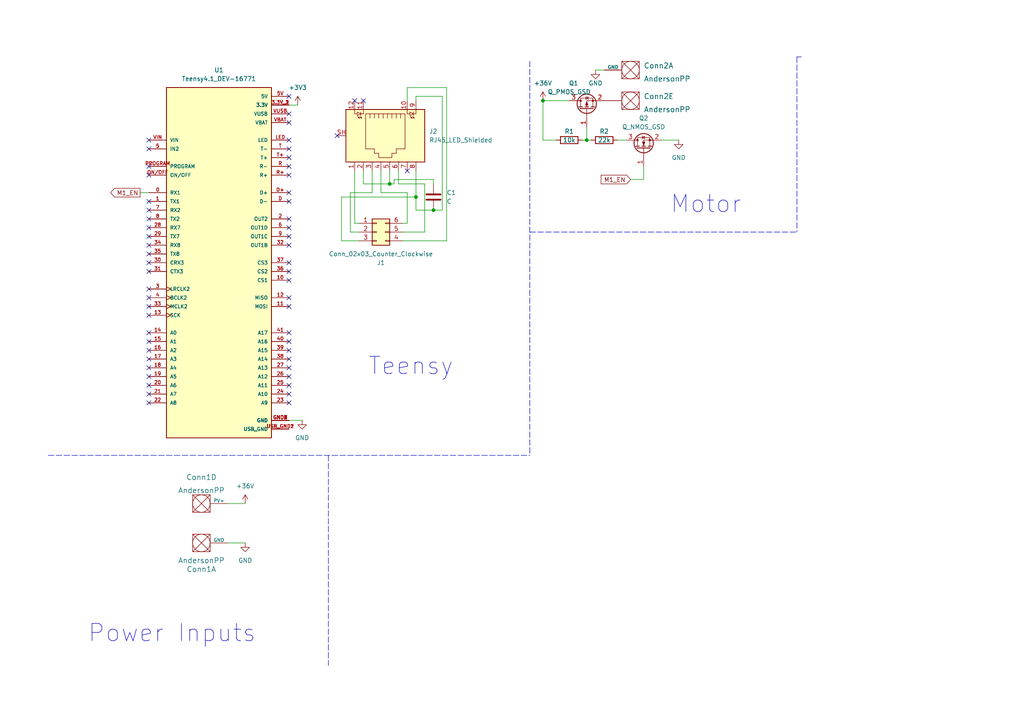
<source format=kicad_sch>
(kicad_sch (version 20211123) (generator eeschema)
  (paper "A4")
  (lib_symbols
    (symbol "Connector:RJ45_LED_Shielded" (pin_names (offset 1.016))
      (property "Reference" "J" (at -5.08 13.97 0))
      (property "Value" "RJ45_LED_Shielded" (at 1.27 13.97 0))
      (symbol "RJ45_LED_Shielded_0_1"
        (polyline (pts (xy -7.62 -7.62) (xy -6.35 -7.62)))
        (polyline (pts (xy -7.62 -5.08) (xy -6.35 -5.08)))
        (polyline (pts (xy -7.62 7.62) (xy -6.35 7.62)))
        (polyline (pts (xy -7.62 10.16) (xy -6.35 10.16)))
        (polyline (pts (xy -6.858 -5.842) (xy -5.842 -5.842)))
        (polyline (pts (xy -6.858 9.398) (xy -5.842 9.398)))
        (polyline (pts (xy -6.35 -7.62) (xy -6.35 -6.858)))
        (polyline (pts (xy -6.35 -5.08) (xy -6.35 -5.842)))
        (polyline (pts (xy -6.35 7.62) (xy -6.35 8.382)))
        (polyline (pts (xy -6.35 10.16) (xy -6.35 9.398)))
        (polyline (pts (xy -5.08 -6.223) (xy -5.207 -6.604)))
        (polyline (pts (xy -5.08 -5.588) (xy -5.207 -5.969)))
        (polyline (pts (xy -5.08 4.445) (xy -6.35 4.445)))
        (polyline (pts (xy -5.08 5.715) (xy -6.35 5.715)))
        (polyline (pts (xy -5.08 9.017) (xy -5.207 8.636)))
        (polyline (pts (xy -5.08 9.652) (xy -5.207 9.271)))
        (polyline (pts (xy -6.35 -3.175) (xy -5.08 -3.175) (xy -5.08 -3.175)))
        (polyline (pts (xy -6.35 -1.905) (xy -5.08 -1.905) (xy -5.08 -1.905)))
        (polyline (pts (xy -6.35 -0.635) (xy -5.08 -0.635) (xy -5.08 -0.635)))
        (polyline (pts (xy -6.35 0.635) (xy -5.08 0.635) (xy -5.08 0.635)))
        (polyline (pts (xy -6.35 1.905) (xy -5.08 1.905) (xy -5.08 1.905)))
        (polyline (pts (xy -5.588 -6.731) (xy -5.08 -6.223) (xy -5.461 -6.35)))
        (polyline (pts (xy -5.588 -6.096) (xy -5.08 -5.588) (xy -5.461 -5.715)))
        (polyline (pts (xy -5.588 8.509) (xy -5.08 9.017) (xy -5.461 8.89)))
        (polyline (pts (xy -5.588 9.144) (xy -5.08 9.652) (xy -5.461 9.525)))
        (polyline (pts (xy -5.08 3.175) (xy -6.35 3.175) (xy -6.35 3.175)))
        (polyline (pts (xy -6.35 -5.842) (xy -6.858 -6.858) (xy -5.842 -6.858) (xy -6.35 -5.842)))
        (polyline (pts (xy -6.35 9.398) (xy -6.858 8.382) (xy -5.842 8.382) (xy -6.35 9.398)))
        (polyline (pts (xy -6.35 -4.445) (xy -6.35 6.985) (xy 3.81 6.985) (xy 3.81 4.445) (xy 5.08 4.445) (xy 5.08 3.175) (xy 6.35 3.175) (xy 6.35 -0.635) (xy 5.08 -0.635) (xy 5.08 -1.905) (xy 3.81 -1.905) (xy 3.81 -4.445) (xy -6.35 -4.445) (xy -6.35 -4.445)))
        (rectangle (start 7.62 12.7) (end -7.62 -10.16) (stroke (width 0.254)) (fill (type background)))
      )
      (symbol "RJ45_LED_Shielded_1_1"
        (pin passive line (at 10.16 -7.62 180) (length 2.54) (name "~") (number "1"))
        (pin passive line (at -10.16 7.62 0) (length 2.54) (name "~") (number "10"))
        (pin passive line (at -10.16 -5.08 0) (length 2.54) (name "~") (number "11"))
        (pin passive line (at -10.16 -7.62 0) (length 2.54) (name "~") (number "12"))
        (pin passive line (at 10.16 -5.08 180) (length 2.54) (name "~") (number "2"))
        (pin passive line (at 10.16 -2.54 180) (length 2.54) (name "~") (number "3"))
        (pin passive line (at 10.16 0 180) (length 2.54) (name "~") (number "4"))
        (pin passive line (at 10.16 2.54 180) (length 2.54) (name "~") (number "5"))
        (pin passive line (at 10.16 5.08 180) (length 2.54) (name "~") (number "6"))
        (pin passive line (at 10.16 7.62 180) (length 2.54) (name "~") (number "7"))
        (pin passive line (at 10.16 10.16 180) (length 2.54) (name "~") (number "8"))
        (pin passive line (at -10.16 10.16 0) (length 2.54) (name "~") (number "9"))
        (pin passive line (at 0 -12.7 90) (length 2.54) (name "~") (number "SH"))
      )
    )
    (symbol "Connector_Generic:Conn_02x03_Counter_Clockwise" (pin_names (offset 1.016) hide)
      (property "Reference" "J" (at 1.27 5.08 0))
      (property "Value" "Conn_02x03_Counter_Clockwise" (at 1.27 -5.08 0))
      (symbol "Conn_02x03_Counter_Clockwise_1_1"
        (rectangle (start -1.27 -2.413) (end 0 -2.667) (stroke (width 0.1524)))
        (rectangle (start -1.27 0.127) (end 0 -0.127) (stroke (width 0.1524)))
        (rectangle (start -1.27 2.667) (end 0 2.413) (stroke (width 0.1524)))
        (rectangle (start -1.27 3.81) (end 3.81 -3.81) (stroke (width 0.254)) (fill (type background)))
        (rectangle (start 3.81 -2.413) (end 2.54 -2.667) (stroke (width 0.1524)))
        (rectangle (start 3.81 0.127) (end 2.54 -0.127) (stroke (width 0.1524)))
        (rectangle (start 3.81 2.667) (end 2.54 2.413) (stroke (width 0.1524)))
        (pin passive line (at -5.08 2.54 0) (length 3.81) (name "Pin_1") (number "1"))
        (pin passive line (at -5.08 0 0) (length 3.81) (name "Pin_2") (number "2"))
        (pin passive line (at -5.08 -2.54 0) (length 3.81) (name "Pin_3") (number "3"))
        (pin passive line (at 7.62 -2.54 180) (length 3.81) (name "Pin_4") (number "4"))
        (pin passive line (at 7.62 0 180) (length 3.81) (name "Pin_5") (number "5"))
        (pin passive line (at 7.62 2.54 180) (length 3.81) (name "Pin_6") (number "6"))
      )
    )
    (symbol "Device:C" (pin_numbers hide) (pin_names (offset 0.254))
      (property "Reference" "C" (at 0.635 2.54 0))
      (property "Value" "C" (at 0.635 -2.54 0))
      (symbol "C_0_1"
        (polyline (pts (xy -2.032 -0.762) (xy 2.032 -0.762)) (stroke (width 0.508)))
        (polyline (pts (xy -2.032 0.762) (xy 2.032 0.762)) (stroke (width 0.508)))
      )
      (symbol "C_1_1"
        (pin passive line (at 0 3.81 270) (length 2.794) (name "~") (number "1"))
        (pin passive line (at 0 -3.81 90) (length 2.794) (name "~") (number "2"))
      )
    )
    (symbol "Device:Q_NMOS_GSD" (pin_names (offset 0) hide)
      (property "Reference" "Q" (at 5.08 1.27 0))
      (property "Value" "Q_NMOS_GSD" (at 5.08 -1.27 0))
      (symbol "Q_NMOS_GSD_0_1"
        (polyline (pts (xy 0.254 0) (xy -2.54 0)))
        (polyline (pts (xy 0.254 1.905) (xy 0.254 -1.905)) (stroke (width 0.254)))
        (polyline (pts (xy 0.762 -1.27) (xy 0.762 -2.286)) (stroke (width 0.254)))
        (polyline (pts (xy 0.762 0.508) (xy 0.762 -0.508)) (stroke (width 0.254)))
        (polyline (pts (xy 0.762 2.286) (xy 0.762 1.27)) (stroke (width 0.254)))
        (polyline (pts (xy 2.54 2.54) (xy 2.54 1.778)))
        (polyline (pts (xy 2.54 -2.54) (xy 2.54 0) (xy 0.762 0)))
        (polyline (pts (xy 0.762 -1.778) (xy 3.302 -1.778) (xy 3.302 1.778) (xy 0.762 1.778)))
        (polyline (pts (xy 1.016 0) (xy 2.032 0.381) (xy 2.032 -0.381) (xy 1.016 0)) (fill (type outline)))
        (polyline (pts (xy 2.794 0.508) (xy 2.921 0.381) (xy 3.683 0.381) (xy 3.81 0.254)))
        (polyline (pts (xy 3.302 0.381) (xy 2.921 -0.254) (xy 3.683 -0.254) (xy 3.302 0.381)))
        (circle (center 1.651 0) (radius 2.794) (stroke (width 0.254)))
        (circle (center 2.54 -1.778) (radius 0.254) (fill (type outline)))
        (circle (center 2.54 1.778) (radius 0.254) (fill (type outline)))
      )
      (symbol "Q_NMOS_GSD_1_1"
        (pin input line (at -5.08 0 0) (length 2.54) (name "G") (number "1"))
        (pin passive line (at 2.54 -5.08 90) (length 2.54) (name "S") (number "2"))
        (pin passive line (at 2.54 5.08 270) (length 2.54) (name "D") (number "3"))
      )
    )
    (symbol "Device:Q_PMOS_GSD" (pin_names (offset 0) hide)
      (property "Reference" "Q" (at 5.08 1.27 0))
      (property "Value" "Q_PMOS_GSD" (at 5.08 -1.27 0))
      (symbol "Q_PMOS_GSD_0_1"
        (polyline (pts (xy 0.254 0) (xy -2.54 0)))
        (polyline (pts (xy 0.254 1.905) (xy 0.254 -1.905)) (stroke (width 0.254)))
        (polyline (pts (xy 0.762 -1.27) (xy 0.762 -2.286)) (stroke (width 0.254)))
        (polyline (pts (xy 0.762 0.508) (xy 0.762 -0.508)) (stroke (width 0.254)))
        (polyline (pts (xy 0.762 2.286) (xy 0.762 1.27)) (stroke (width 0.254)))
        (polyline (pts (xy 2.54 2.54) (xy 2.54 1.778)))
        (polyline (pts (xy 2.54 -2.54) (xy 2.54 0) (xy 0.762 0)))
        (polyline (pts (xy 0.762 1.778) (xy 3.302 1.778) (xy 3.302 -1.778) (xy 0.762 -1.778)))
        (polyline (pts (xy 2.286 0) (xy 1.27 0.381) (xy 1.27 -0.381) (xy 2.286 0)) (fill (type outline)))
        (polyline (pts (xy 2.794 -0.508) (xy 2.921 -0.381) (xy 3.683 -0.381) (xy 3.81 -0.254)))
        (polyline (pts (xy 3.302 -0.381) (xy 2.921 0.254) (xy 3.683 0.254) (xy 3.302 -0.381)))
        (circle (center 1.651 0) (radius 2.794) (stroke (width 0.254)))
        (circle (center 2.54 -1.778) (radius 0.254) (fill (type outline)))
        (circle (center 2.54 1.778) (radius 0.254) (fill (type outline)))
      )
      (symbol "Q_PMOS_GSD_1_1"
        (pin input line (at -5.08 0 0) (length 2.54) (name "G") (number "1"))
        (pin passive line (at 2.54 -5.08 90) (length 2.54) (name "S") (number "2"))
        (pin passive line (at 2.54 5.08 270) (length 2.54) (name "D") (number "3"))
      )
    )
    (symbol "Device:R" (pin_numbers hide) (pin_names (offset 0))
      (property "Reference" "R" (at 2.032 0 90))
      (property "Value" "R" (at 0 0 90))
      (symbol "R_0_1"
        (rectangle (start -1.016 -2.54) (end 1.016 2.54) (stroke (width 0.254)))
      )
      (symbol "R_1_1"
        (pin passive line (at 0 3.81 270) (length 1.27) (name "~") (number "1"))
        (pin passive line (at 0 -3.81 90) (length 1.27) (name "~") (number "2"))
      )
    )
    (symbol "MRDT_Connectors:AndersonPP" (pin_numbers hide) (pin_names (offset 0))
      (property "Reference" "Conn" (at 3.81 -1.27 0))
      (property "Value" "AndersonPP" (at 2.54 6.35 0))
      (symbol "AndersonPP_0_1"
        (polyline (pts (xy 0 5.08) (xy 5.08 0)))
        (polyline (pts (xy 5.08 5.08) (xy 0 0)))
        (rectangle (start 0 0) (end 5.08 5.08))
        (circle (center 2.54 2.54) (radius 2.54))
      )
      (symbol "AndersonPP_1_1"
        (pin input line (at 10.16 2.54 180) (length 5.08) (name "GND") (number "1"))
      )
      (symbol "AndersonPP_2_1"
        (pin input line (at 10.16 2.54 180) (length 5.08) (name "V+Log") (number "2"))
      )
      (symbol "AndersonPP_3_1"
        (pin input line (at 10.16 2.54 180) (length 5.08) (name "V+Act") (number "3"))
      )
      (symbol "AndersonPP_4_1"
        (pin input line (at 10.16 2.54 180) (length 5.08) (name "PV+") (number "4"))
      )
      (symbol "AndersonPP_5_1"
        (pin input line (at 10.16 2.54 180) (length 5.08) (name "~") (number "1"))
      )
    )
    (symbol "MRDT_Shields:Teensy4.1_DEV-16771" (pin_names (offset 1.016))
      (property "Reference" "U" (at -15.24 52.07 0))
      (property "Value" "Teensy4.1_DEV-16771" (at -15.24 -53.34 0))
      (symbol "Teensy4.1_DEV-16771_0_0"
        (rectangle (start -15.24 -50.8) (end 15.24 50.8) (stroke (width 0.254)) (fill (type background)))
        (pin bidirectional line (at -20.32 20.32 0) (length 5.08) (name "RX1") (number "0"))
        (pin bidirectional line (at -20.32 17.78 0) (length 5.08) (name "TX1") (number "1"))
        (pin bidirectional line (at 20.32 -5.08 180) (length 5.08) (name "CS1") (number "10"))
        (pin bidirectional line (at 20.32 -12.7 180) (length 5.08) (name "MOSI") (number "11"))
        (pin bidirectional line (at 20.32 -10.16 180) (length 5.08) (name "MISO") (number "12"))
        (pin bidirectional clock (at -20.32 -15.24 0) (length 5.08) (name "SCK") (number "13"))
        (pin bidirectional line (at -20.32 -20.32 0) (length 5.08) (name "A0") (number "14"))
        (pin bidirectional line (at -20.32 -22.86 0) (length 5.08) (name "A1") (number "15"))
        (pin bidirectional line (at -20.32 -25.4 0) (length 5.08) (name "A2") (number "16"))
        (pin bidirectional line (at -20.32 -27.94 0) (length 5.08) (name "A3") (number "17"))
        (pin bidirectional line (at -20.32 -30.48 0) (length 5.08) (name "A4") (number "18"))
        (pin bidirectional line (at -20.32 -33.02 0) (length 5.08) (name "A5") (number "19"))
        (pin output line (at 20.32 12.7 180) (length 5.08) (name "OUT2") (number "2"))
        (pin bidirectional line (at -20.32 -35.56 0) (length 5.08) (name "A6") (number "20"))
        (pin bidirectional line (at -20.32 -38.1 0) (length 5.08) (name "A7") (number "21"))
        (pin bidirectional line (at -20.32 -40.64 0) (length 5.08) (name "A8") (number "22"))
        (pin bidirectional line (at 20.32 -40.64 180) (length 5.08) (name "A9") (number "23"))
        (pin bidirectional line (at 20.32 -38.1 180) (length 5.08) (name "A10") (number "24"))
        (pin bidirectional line (at 20.32 -35.56 180) (length 5.08) (name "A11") (number "25"))
        (pin bidirectional line (at 20.32 -33.02 180) (length 5.08) (name "A12") (number "26"))
        (pin bidirectional line (at 20.32 -30.48 180) (length 5.08) (name "A13") (number "27"))
        (pin bidirectional line (at -20.32 10.16 0) (length 5.08) (name "RX7") (number "28"))
        (pin bidirectional line (at -20.32 7.62 0) (length 5.08) (name "TX7") (number "29"))
        (pin bidirectional clock (at -20.32 -7.62 0) (length 5.08) (name "LRCLK2") (number "3"))
        (pin power_in line (at 20.32 45.72 180) (length 5.08) (name "3.3V") (number "3.3V_1"))
        (pin power_in line (at 20.32 45.72 180) (length 5.08) (name "3.3V") (number "3.3V_2"))
        (pin power_in line (at 20.32 45.72 180) (length 5.08) (name "3.3V") (number "3.3V_3"))
        (pin bidirectional line (at -20.32 0 0) (length 5.08) (name "CRX3") (number "30"))
        (pin bidirectional line (at -20.32 -2.54 0) (length 5.08) (name "CTX3") (number "31"))
        (pin output line (at 20.32 5.08 180) (length 5.08) (name "OUT1B") (number "32"))
        (pin bidirectional clock (at -20.32 -12.7 0) (length 5.08) (name "MCLK2") (number "33"))
        (pin bidirectional line (at -20.32 5.08 0) (length 5.08) (name "RX8") (number "34"))
        (pin bidirectional line (at -20.32 2.54 0) (length 5.08) (name "TX8") (number "35"))
        (pin bidirectional line (at 20.32 -2.54 180) (length 5.08) (name "CS2") (number "36"))
        (pin bidirectional line (at 20.32 0 180) (length 5.08) (name "CS3") (number "37"))
        (pin bidirectional line (at 20.32 -27.94 180) (length 5.08) (name "A14") (number "38"))
        (pin bidirectional line (at 20.32 -25.4 180) (length 5.08) (name "A15") (number "39"))
        (pin bidirectional clock (at -20.32 -10.16 0) (length 5.08) (name "BCLK2") (number "4"))
        (pin bidirectional line (at 20.32 -22.86 180) (length 5.08) (name "A16") (number "40"))
        (pin bidirectional line (at 20.32 -20.32 180) (length 5.08) (name "A17") (number "41"))
        (pin bidirectional line (at -20.32 33.02 0) (length 5.08) (name "IN2") (number "5"))
        (pin power_in line (at 20.32 48.26 180) (length 5.08) (name "5V") (number "5V"))
        (pin output line (at 20.32 10.16 180) (length 5.08) (name "OUT1D") (number "6"))
        (pin bidirectional line (at -20.32 15.24 0) (length 5.08) (name "RX2") (number "7"))
        (pin bidirectional line (at -20.32 12.7 0) (length 5.08) (name "TX2") (number "8"))
        (pin output line (at 20.32 7.62 180) (length 5.08) (name "OUT1C") (number "9"))
        (pin bidirectional line (at 20.32 17.78 180) (length 5.08) (name "D-") (number "D"))
        (pin bidirectional line (at 20.32 20.32 180) (length 5.08) (name "D+") (number "D+"))
        (pin power_in line (at 20.32 -45.72 180) (length 5.08) (name "GND") (number "GND1"))
        (pin power_in line (at 20.32 -45.72 180) (length 5.08) (name "GND") (number "GND2"))
        (pin power_in line (at 20.32 -45.72 180) (length 5.08) (name "GND") (number "GND3"))
        (pin power_in line (at 20.32 -45.72 180) (length 5.08) (name "GND") (number "GND4"))
        (pin power_in line (at 20.32 -45.72 180) (length 5.08) (name "GND") (number "GND5"))
        (pin bidirectional line (at 20.32 35.56 180) (length 5.08) (name "LED") (number "LED"))
        (pin bidirectional line (at -20.32 25.4 0) (length 5.08) (name "ON/OFF") (number "ON/OFF"))
        (pin bidirectional line (at -20.32 27.94 0) (length 5.08) (name "PROGRAM") (number "PROGRAM"))
        (pin bidirectional line (at 20.32 27.94 180) (length 5.08) (name "R-") (number "R"))
        (pin bidirectional line (at 20.32 25.4 180) (length 5.08) (name "R+") (number "R+"))
        (pin bidirectional line (at 20.32 33.02 180) (length 5.08) (name "T-") (number "T"))
        (pin bidirectional line (at 20.32 30.48 180) (length 5.08) (name "T+") (number "T+"))
        (pin power_in line (at 20.32 -48.26 180) (length 5.08) (name "USB_GND") (number "USB_GND1"))
        (pin power_in line (at 20.32 -48.26 180) (length 5.08) (name "USB_GND") (number "USB_GND2"))
        (pin passive line (at 20.32 40.64 180) (length 5.08) (name "VBAT") (number "VBAT"))
        (pin input line (at -20.32 35.56 0) (length 5.08) (name "VIN") (number "VIN"))
        (pin passive line (at 20.32 43.18 180) (length 5.08) (name "VUSB") (number "VUSB"))
      )
    )
    (symbol "power:+36V" (power) (pin_names (offset 0))
      (property "Value" "+36V" (at 0 3.556 0))
      (symbol "+36V_0_1"
        (polyline (pts (xy -0.762 1.27) (xy 0 2.54)))
        (polyline (pts (xy 0 0) (xy 0 2.54)))
        (polyline (pts (xy 0 2.54) (xy 0.762 1.27)))
      )
      (symbol "+36V_1_1"
        (pin power_in line (at 0 0 90) (length 0) hide (name "+36V") (number "1"))
      )
    )
    (symbol "power:+3V3" (power) (pin_names (offset 0))
      (property "Value" "+3V3" (at 0 3.556 0))
      (symbol "+3V3_0_1"
        (polyline (pts (xy -0.762 1.27) (xy 0 2.54)))
        (polyline (pts (xy 0 0) (xy 0 2.54)))
        (polyline (pts (xy 0 2.54) (xy 0.762 1.27)))
      )
      (symbol "+3V3_1_1"
        (pin power_in line (at 0 0 90) (length 0) hide (name "+3V3") (number "1"))
      )
    )
    (symbol "power:GND" (power) (pin_names (offset 0))
      (property "Value" "GND" (at 0 -3.81 0))
      (symbol "GND_0_1"
        (polyline (pts (xy 0 0) (xy 0 -1.27) (xy 1.27 -1.27) (xy 0 -2.54) (xy -1.27 -1.27) (xy 0 -1.27)))
      )
      (symbol "GND_1_1"
        (pin power_in line (at 0 0 270) (length 0) hide (name "GND") (number "1"))
      )
    )
  )
  (junction (at 113.03 53.34))
  (junction (at 157.48 29.21))
  (junction (at 120.65 57.15))
  (junction (at 170.18 40.64))
  (junction (at 125.73 60.96))
  (no_connect (at 83.82 109.22))
  (no_connect (at 83.82 106.68))
  (no_connect (at 83.82 111.76))
  (no_connect (at 83.82 114.3))
  (no_connect (at 83.82 116.84))
  (no_connect (at 43.18 116.84))
  (no_connect (at 83.82 96.52))
  (no_connect (at 83.82 99.06))
  (no_connect (at 83.82 101.6))
  (no_connect (at 83.82 104.14))
  (no_connect (at 43.18 114.3))
  (no_connect (at 43.18 111.76))
  (no_connect (at 43.18 109.22))
  (no_connect (at 43.18 106.68))
  (no_connect (at 43.18 104.14))
  (no_connect (at 43.18 101.6))
  (no_connect (at 43.18 99.06))
  (no_connect (at 43.18 96.52))
  (no_connect (at 43.18 63.5))
  (no_connect (at 43.18 60.96))
  (no_connect (at 43.18 91.44))
  (no_connect (at 43.18 88.9))
  (no_connect (at 43.18 86.36))
  (no_connect (at 43.18 83.82))
  (no_connect (at 43.18 78.74))
  (no_connect (at 43.18 76.2))
  (no_connect (at 43.18 73.66))
  (no_connect (at 43.18 71.12))
  (no_connect (at 43.18 68.58))
  (no_connect (at 43.18 66.04))
  (no_connect (at 105.41 29.21))
  (no_connect (at 97.79 39.37))
  (no_connect (at 102.87 29.21))
  (no_connect (at 83.82 68.58))
  (no_connect (at 83.82 71.12))
  (no_connect (at 83.82 27.94))
  (no_connect (at 83.82 33.02))
  (no_connect (at 83.82 35.56))
  (no_connect (at 83.82 40.64))
  (no_connect (at 83.82 43.18))
  (no_connect (at 83.82 45.72))
  (no_connect (at 83.82 48.26))
  (no_connect (at 83.82 50.8))
  (no_connect (at 83.82 55.88))
  (no_connect (at 83.82 76.2))
  (no_connect (at 83.82 66.04))
  (no_connect (at 83.82 81.28))
  (no_connect (at 83.82 78.74))
  (no_connect (at 83.82 86.36))
  (no_connect (at 43.18 43.18))
  (no_connect (at 43.18 48.26))
  (no_connect (at 43.18 50.8))
  (no_connect (at 83.82 58.42))
  (no_connect (at 43.18 40.64))
  (no_connect (at 43.18 58.42))
  (no_connect (at 83.82 63.5))
  (no_connect (at 83.82 88.9))
  (no_connect (at 118.11 49.53))
  (wire (pts (xy 120.65 27.94) (xy 120.65 29.21)))
  (wire (pts (xy 102.87 64.77) (xy 102.87 49.53)))
  (wire (pts (xy 129.54 69.85) (xy 129.54 25.4)))
  (wire (pts (xy 123.19 67.31) (xy 123.19 53.34)))
  (wire (pts (xy 116.84 69.85) (xy 129.54 69.85)))
  (polyline (pts (xy 231.14 16.51) (xy 231.14 67.31)))
  (wire (pts (xy 170.18 36.83) (xy 170.18 40.64)))
  (wire (pts (xy 128.27 27.94) (xy 120.65 27.94)))
  (wire (pts (xy 172.72 20.32) (xy 175.26 20.32)))
  (wire (pts (xy 170.18 40.64) (xy 171.45 40.64)))
  (polyline (pts (xy 153.67 67.31) (xy 231.14 67.31)))
  (wire (pts (xy 157.48 29.21) (xy 157.48 40.64)))
  (wire (pts (xy 116.84 64.77) (xy 118.11 64.77)))
  (wire (pts (xy 107.95 49.53) (xy 107.95 55.88)))
  (wire (pts (xy 186.69 52.07) (xy 182.88 52.07)))
  (wire (pts (xy 116.84 67.31) (xy 123.19 67.31)))
  (wire (pts (xy 125.73 52.07) (xy 125.73 53.34)))
  (wire (pts (xy 120.65 57.15) (xy 120.65 60.96)))
  (wire (pts (xy 125.73 60.96) (xy 128.27 60.96)))
  (wire (pts (xy 101.6 67.31) (xy 101.6 55.88)))
  (wire (pts (xy 66.04 146.05) (xy 71.12 146.05)))
  (wire (pts (xy 125.73 60.96) (xy 120.65 60.96)))
  (wire (pts (xy 114.3 53.34) (xy 114.3 52.07)))
  (wire (pts (xy 115.57 53.34) (xy 115.57 49.53)))
  (wire (pts (xy 104.14 69.85) (xy 99.06 69.85)))
  (wire (pts (xy 157.48 40.64) (xy 161.29 40.64)))
  (polyline (pts (xy 231.14 16.51) (xy 232.41 16.51)))
  (wire (pts (xy 104.14 64.77) (xy 102.87 64.77)))
  (wire (pts (xy 101.6 55.88) (xy 107.95 55.88)))
  (wire (pts (xy 104.14 67.31) (xy 101.6 67.31)))
  (wire (pts (xy 110.49 55.88) (xy 110.49 49.53)))
  (wire (pts (xy 129.54 25.4) (xy 118.11 25.4)))
  (wire (pts (xy 105.41 49.53) (xy 105.41 53.34)))
  (polyline (pts (xy 95.25 132.08) (xy 95.25 193.04)))
  (wire (pts (xy 99.06 57.15) (xy 120.65 57.15)))
  (wire (pts (xy 83.82 121.92) (xy 87.63 121.92)))
  (wire (pts (xy 40.64 55.88) (xy 43.18 55.88)))
  (wire (pts (xy 186.69 48.26) (xy 186.69 52.07)))
  (wire (pts (xy 99.06 69.85) (xy 99.06 57.15)))
  (wire (pts (xy 118.11 55.88) (xy 110.49 55.88)))
  (wire (pts (xy 123.19 53.34) (xy 115.57 53.34)))
  (wire (pts (xy 128.27 60.96) (xy 128.27 27.94)))
  (polyline (pts (xy 13.97 132.08) (xy 153.67 132.08)))
  (wire (pts (xy 191.77 40.64) (xy 196.85 40.64)))
  (wire (pts (xy 179.07 40.64) (xy 181.61 40.64)))
  (wire (pts (xy 118.11 25.4) (xy 118.11 29.21)))
  (wire (pts (xy 118.11 64.77) (xy 118.11 55.88)))
  (wire (pts (xy 157.48 29.21) (xy 165.1 29.21)))
  (wire (pts (xy 86.36 30.48) (xy 83.82 30.48)))
  (wire (pts (xy 66.04 157.48) (xy 71.12 157.48)))
  (wire (pts (xy 113.03 53.34) (xy 114.3 53.34)))
  (wire (pts (xy 113.03 53.34) (xy 113.03 49.53)))
  (wire (pts (xy 120.65 57.15) (xy 120.65 49.53)))
  (wire (pts (xy 105.41 53.34) (xy 113.03 53.34)))
  (polyline (pts (xy 153.67 17.78) (xy 153.67 132.08)))
  (wire (pts (xy 168.91 40.64) (xy 170.18 40.64)))
  (wire (pts (xy 114.3 52.07) (xy 125.73 52.07)))
  (text "Power Inputs" (at 25.4 186.69 0) (effects (font (size 5 5)) (justify left bottom)))
  (text "Motor" (at 194.31 62.23 0) (effects (font (size 5 5)) (justify left bottom)))
  (text "Teensy" (at 106.68 109.22 0) (effects (font (size 5 5)) (justify left bottom)))
  (global_label "M1_EN" (shape input) (at 182.88 52.07 180) (property "Intersheet References" "${INTERSHEET_REFS}" (effects hide)))
  (global_label "M1_EN" (shape output) (at 40.64 55.88 180) (property "Intersheet References" "${INTERSHEET_REFS}" (effects hide)))
  (symbol (lib_id "Device:R") (at 175.26 40.64 90) (unit 1)
    (property "Reference" "R2" (at 175.26 38.1 90))
    (property "Value" "22k" (at 175.26 40.64 90))
  )
  (symbol (lib_id "Device:Q_PMOS_GSD") (at 170.18 31.75 90) (unit 1)
    (property "Reference" "Q1" (at 166.37 24.13 90))
    (property "Value" "Q_PMOS_GSD" (at 165.1 26.67 90))
  )
  (symbol (lib_id "MRDT_Connectors:AndersonPP") (at 55.88 160.02 0) (unit 1)
    (property "Reference" "Conn1" (at 58.42 165.1 0) (effects (font (size 1.524 1.524))))
    (property "Value" "AndersonPP" (at 58.42 162.56 0) (effects (font (size 1.524 1.524))))
  )
  (symbol (lib_id "power:+3V3") (at 86.36 30.48 0) (unit 1)
    (property "Reference" "#PWR03" (effects hide))
    (property "Value" "+3V3" (at 86.36 25.4 0))
  )
  (symbol (lib_id "Device:R") (at 165.1 40.64 90) (unit 1)
    (property "Reference" "R1" (at 165.1 38.1 90))
    (property "Value" "10k" (at 165.1 40.64 90))
  )
  (symbol (lib_id "MRDT_Connectors:AndersonPP") (at 185.42 17.78 180) (unit 1)
    (property "Reference" "Conn2" (at 186.69 19.05 0) (effects (font (size 1.524 1.524)) (justify right)))
    (property "Value" "AndersonPP" (at 186.69 22.86 0) (effects (font (size 1.524 1.524)) (justify right)))
  )
  (symbol (lib_id "Device:Q_NMOS_GSD") (at 186.69 43.18 90) (unit 1)
    (property "Reference" "Q2" (at 186.69 34.29 90))
    (property "Value" "Q_NMOS_GSD" (at 186.69 36.83 90))
  )
  (symbol (lib_id "MRDT_Shields:Teensy4.1_DEV-16771") (at 63.5 76.2 0) (unit 1)
    (property "Reference" "U1" (at 63.5 20.32 0))
    (property "Value" "Teensy4.1_DEV-16771" (at 63.5 22.86 0))
    (property "Footprint" "MODULE_DEV-16771" (effects hide))
    (property "STANDARD" "Manufacturer recommendations" (effects hide))
    (property "MAXIMUM_PACKAGE_HEIGHT" "4.07mm" (effects hide))
    (property "MANUFACTURER" "SparkFun Electronics" (effects hide))
    (property "PARTREV" "4.1" (effects hide))
  )
  (symbol (lib_id "power:+36V") (at 71.12 146.05 0) (unit 1)
    (property "Reference" "#PWR01" (effects hide))
    (property "Value" "+36V" (at 71.12 140.97 0))
  )
  (symbol (lib_id "power:+36V") (at 157.48 29.21 0) (unit 1)
    (property "Reference" "#PWR05" (effects hide))
    (property "Value" "+36V" (at 157.48 24.13 0))
  )
  (symbol (lib_id "MRDT_Connectors:AndersonPP") (at 185.42 26.67 180) (unit 5)
    (property "Reference" "Conn2" (at 186.69 27.94 0) (effects (font (size 1.524 1.524)) (justify right)))
    (property "Value" "AndersonPP" (at 186.69 31.75 0) (effects (font (size 1.524 1.524)) (justify right)))
  )
  (symbol (lib_id "power:GND") (at 71.12 157.48 0) (unit 1)
    (property "Reference" "#PWR02" (effects hide))
    (property "Value" "GND" (at 71.12 162.56 0))
  )
  (symbol (lib_id "Device:C") (at 125.73 57.15 0) (unit 1)
    (property "Reference" "C1" (at 129.54 55.8799 0) (effects (justify left)))
    (property "Value" "C" (at 129.54 58.4199 0) (effects (justify left)))
  )
  (symbol (lib_id "power:GND") (at 87.63 121.92 0) (unit 1)
    (property "Reference" "#PWR04" (effects hide))
    (property "Value" "GND" (at 87.63 127 0))
  )
  (symbol (lib_id "Connector_Generic:Conn_02x03_Counter_Clockwise") (at 109.22 67.31 0) (unit 1)
    (property "Reference" "J1" (at 110.49 76.2 0))
    (property "Value" "Conn_02x03_Counter_Clockwise" (at 110.49 73.66 0))
  )
  (symbol (lib_id "power:GND") (at 196.85 40.64 0) (unit 1)
    (property "Reference" "#PWR07" (effects hide))
    (property "Value" "GND" (at 196.85 45.72 0))
  )
  (symbol (lib_id "Connector:RJ45_LED_Shielded") (at 110.49 39.37 270) (unit 1)
    (property "Reference" "J2" (at 124.46 38.0999 90) (effects (justify left)))
    (property "Value" "RJ45_LED_Shielded" (at 124.46 40.6399 90) (effects (justify left)))
  )
  (symbol (lib_id "MRDT_Connectors:AndersonPP") (at 55.88 148.59 0) (unit 4)
    (property "Reference" "Conn1" (at 58.42 138.43 0) (effects (font (size 1.524 1.524))))
    (property "Value" "AndersonPP" (at 58.42 142.24 0) (effects (font (size 1.524 1.524))))
  )
  (symbol (lib_id "power:GND") (at 172.72 20.32 0) (unit 1)
    (property "Reference" "#PWR06" (effects hide))
    (property "Value" "GND" (at 172.72 24.13 0))
  )
)
</source>
